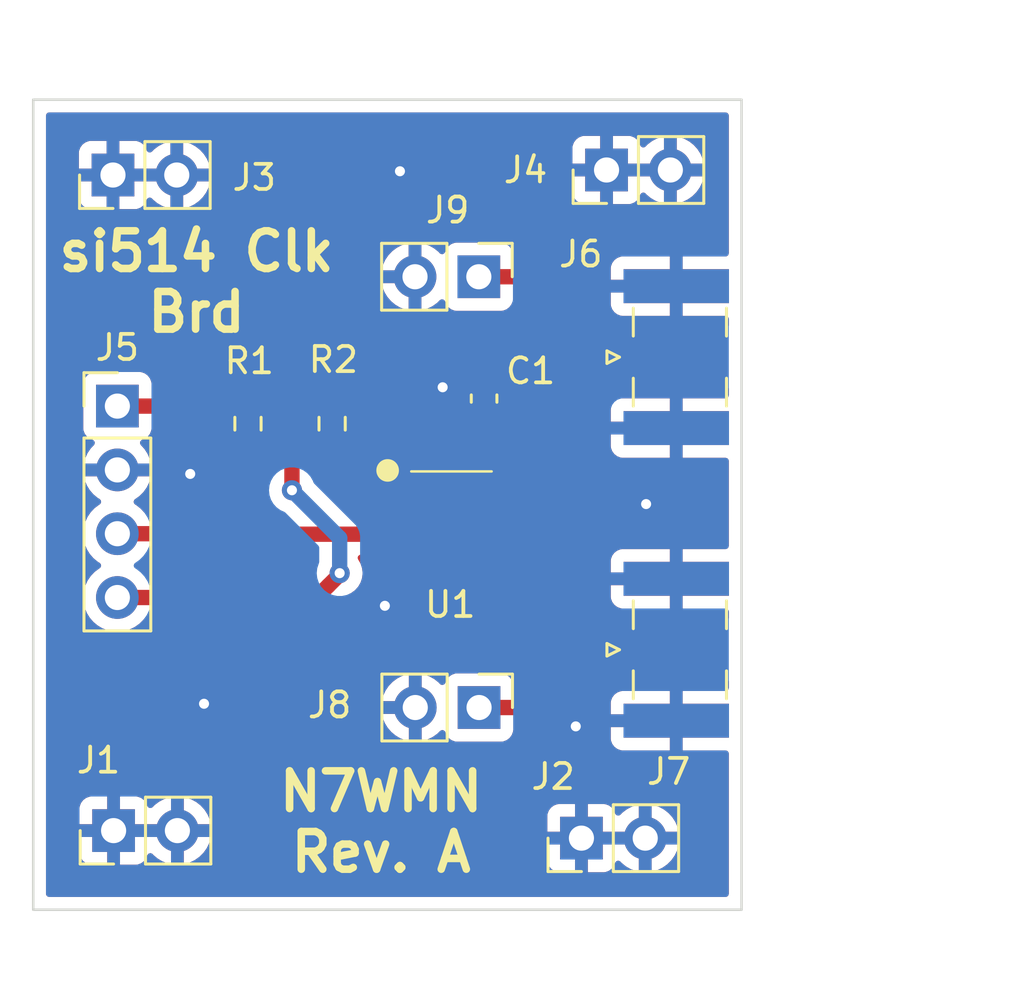
<source format=kicad_pcb>
(kicad_pcb (version 20211014) (generator pcbnew)
  (layers (0 "F.Cu" signal) (31 "B.Cu" signal) (34 "B.Paste" user) (35 "F.Paste" user) (36 "B.SilkS" user "B.Silkscreen") (37 "F.SilkS" user "F.Silkscreen") (38 "B.Mask" user) (39 "F.Mask" user) (44 "Edge.Cuts" user))
  (net 0 "")
  (net 1 "/VDD3.3")
  (net 2 "GND")
  (net 3 "/SCL")
  (net 4 "/SDA")
  (net 5 "/CLK+")
  (net 6 "/CLK-")
  (footprint "Connector_Coaxial:SMA_Samtec_SMA-J-P-X-ST-EM1_EdgeMount" (layer "F.Cu") (at 166.7 98.5 90)
    (fp_text reference "J7" (at -4.85 -0.3 180) (layer "F.SilkS"))
    (fp_text value "Conn_Coaxial")
    (fp_line (start -1.95 2) (end -0.84 2) (layer "F.SilkS") (width 0.12))
    (fp_line (start 0.84 -1.71) (end 1.95 -1.71) (layer "F.SilkS") (width 0.12))
    (fp_line (start -1.95 -1.71) (end -0.84 -1.71) (layer "F.SilkS") (width 0.12))
    (fp_line (start 0.84 2) (end 1.95 2) (layer "F.SilkS") (width 0.12))
    (fp_line (start 0 -2.26) (end 0.25 -2.76) (layer "F.SilkS") (width 0.12))
    (fp_line (start 0.25 -2.76) (end -0.25 -2.76) (layer "F.SilkS") (width 0.12))
    (fp_line (start -0.25 -2.76) (end 0 -2.26) (layer "F.SilkS") (width 0.12))
    (pad "1" smd rect locked (at 0 0.2 90) (size 1.27 3.6) (layers "F.Cu" "F.Paste" "F.Mask") (net 5 "/CLK+"))
    (pad "2" smd rect locked (at 2.825 0 90) (size 1.35 4.2) (layers "F.Cu" "F.Paste" "F.Mask") (net 2 "GND"))
    (pad "2" smd rect locked (at -2.825 0 90) (size 1.35 4.2) (layers "B.Cu" "B.Paste" "B.Mask") (net 2 "GND"))
    (pad "2" smd rect locked (at 2.825 0 90) (size 1.35 4.2) (layers "B.Cu" "B.Paste" "B.Mask") (net 2 "GND"))
    (pad "2" smd rect locked (at -2.825 0 90) (size 1.35 4.2) (layers "F.Cu" "F.Paste" "F.Mask") (net 2 "GND"))
  )
  (footprint "Connector_PinHeader_2.54mm:PinHeader_1x02_P2.54mm_Vertical" (layer "F.Cu") (at 158.85 100.8 -90)
    (fp_text reference "J8" (at -0.1 5.95 180) (layer "F.SilkS"))
    (fp_text value "Conn_01x02")
    (fp_line (start 1.33 1.27) (end 1.33 3.87) (layer "F.SilkS") (width 0.12))
    (fp_line (start -1.33 0) (end -1.33 -1.33) (layer "F.SilkS") (width 0.12))
    (fp_line (start -1.33 1.27) (end 1.33 1.27) (layer "F.SilkS") (width 0.12))
    (fp_line (start -1.33 -1.33) (end 0 -1.33) (layer "F.SilkS") (width 0.12))
    (fp_line (start -1.33 3.87) (end 1.33 3.87) (layer "F.SilkS") (width 0.12))
    (fp_line (start -1.33 1.27) (end -1.33 3.87) (layer "F.SilkS") (width 0.12))
    (pad "1" thru_hole rect (at 0 0 270) (size 1.7 1.7) (drill 1) (layers *.Cu *.Mask) (net 5 "/CLK+"))
    (pad "2" thru_hole oval (at 0 2.54 270) (size 1.7 1.7) (drill 1) (layers *.Cu *.Mask) (net 2 "GND"))
  )
  (footprint "Connector_Coaxial:SMA_Samtec_SMA-J-P-X-ST-EM1_EdgeMount" (layer "F.Cu") (at 166.7 86.85 90)
    (fp_text reference "J6" (at 4.1 -3.8 180) (layer "F.SilkS"))
    (fp_text value "Conn_Coaxial")
    (fp_line (start 0.25 -2.76) (end -0.25 -2.76) (layer "F.SilkS") (width 0.12))
    (fp_line (start 0 -2.26) (end 0.25 -2.76) (layer "F.SilkS") (width 0.12))
    (fp_line (start -0.25 -2.76) (end 0 -2.26) (layer "F.SilkS") (width 0.12))
    (fp_line (start 0.84 2) (end 1.95 2) (layer "F.SilkS") (width 0.12))
    (fp_line (start 0.84 -1.71) (end 1.95 -1.71) (layer "F.SilkS") (width 0.12))
    (fp_line (start -1.95 2) (end -0.84 2) (layer "F.SilkS") (width 0.12))
    (fp_line (start -1.95 -1.71) (end -0.84 -1.71) (layer "F.SilkS") (width 0.12))
    (pad "1" smd rect (at 0 0.2 90) (size 1.27 3.6) (layers "F.Cu" "F.Paste" "F.Mask") (net 6 "/CLK-"))
    (pad "2" smd rect (at 2.825 0 90) (size 1.35 4.2) (layers "F.Cu" "F.Paste" "F.Mask") (net 2 "GND"))
    (pad "2" smd rect (at 2.825 0 90) (size 1.35 4.2) (layers "B.Cu" "B.Paste" "B.Mask") (net 2 "GND"))
    (pad "2" smd rect (at -2.825 0 90) (size 1.35 4.2) (layers "B.Cu" "B.Paste" "B.Mask") (net 2 "GND"))
    (pad "2" smd rect (at -2.825 0 90) (size 1.35 4.2) (layers "F.Cu" "F.Paste" "F.Mask") (net 2 "GND"))
  )
  (footprint "si514_Library:si514_3.2x5" (layer "F.Cu") (at 157.75 93.9)
    (fp_text reference "U1" (at -0.05 2.8 unlocked) (layer "F.SilkS"))
    (fp_text value "si514")
    (fp_line (start -1.6 -2.5) (end 1.6 -2.5) (layer "F.SilkS") (width 0.1))
    (fp_circle (center -2.54 -2.54) (end -2.14 -2.54) (layer "F.SilkS") (width 0.1) (fill solid))
    (pad "1" smd rect (at -1.3 -1.27) (size 1.7 0.8) (layers "F.Cu" "F.Paste" "F.Mask") (net 4 "/SDA"))
    (pad "2" smd rect (at -1.3 0) (size 1.7 0.8) (layers "F.Cu" "F.Paste" "F.Mask") (net 3 "/SCL"))
    (pad "3" smd rect (at -1.3 1.27) (size 1.7 0.8) (layers "F.Cu" "F.Paste" "F.Mask") (net 2 "GND"))
    (pad "4" smd rect (at 1.3 1.27) (size 1.7 0.8) (layers "F.Cu" "F.Paste" "F.Mask") (net 5 "/CLK+"))
    (pad "5" smd rect (at 1.3 0) (size 1.7 0.8) (layers "F.Cu" "F.Paste" "F.Mask") (net 6 "/CLK-"))
    (pad "6" smd rect (at 1.3 -1.27) (size 1.7 0.8) (layers "F.Cu" "F.Paste" "F.Mask") (net 1 "/VDD3.3"))
  )
  (footprint "Connector_PinHeader_2.54mm:PinHeader_1x02_P2.54mm_Vertical" (layer "F.Cu") (at 158.84 83.65 -90)
    (fp_text reference "J9" (at -2.65 1.24 180) (layer "F.SilkS"))
    (fp_text value "Conn_01x02")
    (fp_line (start -1.33 3.87) (end 1.33 3.87) (layer "F.SilkS") (width 0.12))
    (fp_line (start -1.33 -1.33) (end 0 -1.33) (layer "F.SilkS") (width 0.12))
    (fp_line (start -1.33 1.27) (end -1.33 3.87) (layer "F.SilkS") (width 0.12))
    (fp_line (start -1.33 1.27) (end 1.33 1.27) (layer "F.SilkS") (width 0.12))
    (fp_line (start 1.33 1.27) (end 1.33 3.87) (layer "F.SilkS") (width 0.12))
    (fp_line (start -1.33 0) (end -1.33 -1.33) (layer "F.SilkS") (width 0.12))
    (pad "1" thru_hole rect (at 0 0 270) (size 1.7 1.7) (drill 1) (layers *.Cu *.Mask) (net 6 "/CLK-"))
    (pad "2" thru_hole oval (at 0 2.54 270) (size 1.7 1.7) (drill 1) (layers *.Cu *.Mask) (net 2 "GND"))
  )
  (footprint "Connector_PinHeader_2.54mm:PinHeader_1x02_P2.54mm_Vertical" (layer "F.Cu") (at 144.275 79.6 90)
    (fp_text reference "J3" (at -0.1 5.625 180) (layer "F.SilkS"))
    (fp_text value "Conn_01x02_Male")
    (fp_line (start -1.33 1.27) (end -1.33 3.87) (layer "F.SilkS") (width 0.12))
    (fp_line (start -1.33 3.87) (end 1.33 3.87) (layer "F.SilkS") (width 0.12))
    (fp_line (start -1.33 1.27) (end 1.33 1.27) (layer "F.SilkS") (width 0.12))
    (fp_line (start 1.33 1.27) (end 1.33 3.87) (layer "F.SilkS") (width 0.12))
    (fp_line (start -1.33 0) (end -1.33 -1.33) (layer "F.SilkS") (width 0.12))
    (fp_line (start -1.33 -1.33) (end 0 -1.33) (layer "F.SilkS") (width 0.12))
    (pad "1" thru_hole rect (at 0 0 90) (size 1.7 1.7) (drill 1) (layers *.Cu *.Mask) (net 2 "GND"))
    (pad "2" thru_hole oval (at 0 2.54 90) (size 1.7 1.7) (drill 1) (layers *.Cu *.Mask) (net 2 "GND"))
  )
  (footprint "Connector_PinHeader_2.54mm:PinHeader_1x02_P2.54mm_Vertical" (layer "F.Cu") (at 144.3 105.7 90)
    (fp_text reference "J1" (at 2.8 -0.6 180) (layer "F.SilkS"))
    (fp_text value "Conn_01x02_Male")
    (fp_line (start -1.33 1.27) (end 1.33 1.27) (layer "F.SilkS") (width 0.12))
    (fp_line (start 1.33 1.27) (end 1.33 3.87) (layer "F.SilkS") (width 0.12))
    (fp_line (start -1.33 -1.33) (end 0 -1.33) (layer "F.SilkS") (width 0.12))
    (fp_line (start -1.33 0) (end -1.33 -1.33) (layer "F.SilkS") (width 0.12))
    (fp_line (start -1.33 1.27) (end -1.33 3.87) (layer "F.SilkS") (width 0.12))
    (fp_line (start -1.33 3.87) (end 1.33 3.87) (layer "F.SilkS") (width 0.12))
    (pad "1" thru_hole rect (at 0 0 90) (size 1.7 1.7) (drill 1) (layers *.Cu *.Mask) (net 2 "GND"))
    (pad "2" thru_hole oval (at 0 2.54 90) (size 1.7 1.7) (drill 1) (layers *.Cu *.Mask) (net 2 "GND"))
  )
  (footprint "Resistor_SMD:R_0603_1608Metric_Pad0.98x0.95mm_HandSolder" (layer "F.Cu") (at 153 89.5 -90)
    (fp_text reference "R2" (at -2.55 -0.05) (layer "F.SilkS"))
    (fp_text value "3.3K")
    (fp_line (start -0.254724 -0.5225) (end 0.254724 -0.5225) (layer "F.SilkS") (width 0.12))
    (fp_line (start -0.254724 0.5225) (end 0.254724 0.5225) (layer "F.SilkS") (width 0.12))
    (pad "1" smd roundrect (at -0.9125 0 270) (size 0.975 0.95) (layers "F.Cu" "F.Paste" "F.Mask") (net 1 "/VDD3.3"))
    (pad "2" smd roundrect (at 0.9125 0 270) (size 0.975 0.95) (layers "F.Cu" "F.Paste" "F.Mask") (net 4 "/SDA"))
  )
  (footprint "Connector_PinHeader_2.54mm:PinHeader_1x02_P2.54mm_Vertical" (layer "F.Cu") (at 162.925 106 90)
    (fp_text reference "J2" (at 2.45 -1.125 180) (layer "F.SilkS"))
    (fp_text value "Conn_01x02_Male")
    (fp_line (start -1.33 1.27) (end 1.33 1.27) (layer "F.SilkS") (width 0.12))
    (fp_line (start -1.33 0) (end -1.33 -1.33) (layer "F.SilkS") (width 0.12))
    (fp_line (start 1.33 1.27) (end 1.33 3.87) (layer "F.SilkS") (width 0.12))
    (fp_line (start -1.33 3.87) (end 1.33 3.87) (layer "F.SilkS") (width 0.12))
    (fp_line (start -1.33 1.27) (end -1.33 3.87) (layer "F.SilkS") (width 0.12))
    (fp_line (start -1.33 -1.33) (end 0 -1.33) (layer "F.SilkS") (width 0.12))
    (pad "1" thru_hole rect (at 0 0 90) (size 1.7 1.7) (drill 1) (layers *.Cu *.Mask) (net 2 "GND"))
    (pad "2" thru_hole oval (at 0 2.54 90) (size 1.7 1.7) (drill 1) (layers *.Cu *.Mask) (net 2 "GND"))
  )
  (footprint "Connector_PinHeader_2.54mm:PinHeader_1x04_P2.54mm_Vertical" (layer "F.Cu") (at 144.45 88.8)
    (fp_text reference "J5" (at 0 -2.33) (layer "F.SilkS"))
    (fp_text value "Conn_01x04")
    (fp_line (start -1.33 1.27) (end -1.33 8.95) (layer "F.SilkS") (width 0.12))
    (fp_line (start -1.33 8.95) (end 1.33 8.95) (layer "F.SilkS") (width 0.12))
    (fp_line (start -1.33 -1.33) (end 0 -1.33) (layer "F.SilkS") (width 0.12))
    (fp_line (start 1.33 1.27) (end 1.33 8.95) (layer "F.SilkS") (width 0.12))
    (fp_line (start -1.33 0) (end -1.33 -1.33) (layer "F.SilkS") (width 0.12))
    (fp_line (start -1.33 1.27) (end 1.33 1.27) (layer "F.SilkS") (width 0.12))
    (pad "1" thru_hole rect (at 0 0) (size 1.7 1.7) (drill 1) (layers *.Cu *.Mask) (net 1 "/VDD3.3"))
    (pad "2" thru_hole oval (at 0 2.54) (size 1.7 1.7) (drill 1) (layers *.Cu *.Mask) (net 2 "GND"))
    (pad "3" thru_hole oval (at 0 5.08) (size 1.7 1.7) (drill 1) (layers *.Cu *.Mask) (net 3 "/SCL"))
    (pad "4" thru_hole oval (at 0 7.62) (size 1.7 1.7) (drill 1) (layers *.Cu *.Mask) (net 4 "/SDA"))
  )
  (footprint "Resistor_SMD:R_0603_1608Metric_Pad0.98x0.95mm_HandSolder" (layer "F.Cu") (at 149.65 89.5 -90)
    (fp_text reference "R1" (at -2.5 -0.05 180) (layer "F.SilkS"))
    (fp_text value "3.3K")
    (fp_line (start -0.254724 -0.5225) (end 0.254724 -0.5225) (layer "F.SilkS") (width 0.12))
    (fp_line (start -0.254724 0.5225) (end 0.254724 0.5225) (layer "F.SilkS") (width 0.12))
    (pad "1" smd roundrect (at -0.9125 0 270) (size 0.975 0.95) (layers "F.Cu" "F.Paste" "F.Mask") (net 1 "/VDD3.3"))
    (pad "2" smd roundrect (at 0.9125 0 270) (size 0.975 0.95) (layers "F.Cu" "F.Paste" "F.Mask") (net 3 "/SCL"))
  )
  (footprint "Capacitor_SMD:C_0603_1608Metric_Pad1.08x0.95mm_HandSolder" (layer "F.Cu") (at 159.05 88.5 90)
    (fp_text reference "C1" (at 1.1 1.85 180) (layer "F.SilkS"))
    (fp_text value "0.1uF")
    (fp_line (start -0.146267 0.51) (end 0.146267 0.51) (layer "F.SilkS") (width 0.12))
    (fp_line (start -0.146267 -0.51) (end 0.146267 -0.51) (layer "F.SilkS") (width 0.12))
    (pad "1" smd roundrect (at -0.8625 0 90) (size 1.075 0.95) (layers "F.Cu" "F.Paste" "F.Mask") (net 1 "/VDD3.3"))
    (pad "2" smd roundrect (at 0.8625 0 90) (size 1.075 0.95) (layers "F.Cu" "F.Paste" "F.Mask") (net 2 "GND"))
  )
  (footprint "Connector_PinHeader_2.54mm:PinHeader_1x02_P2.54mm_Vertical" (layer "F.Cu") (at 163.925 79.4 90)
    (fp_text reference "J4" (at 0 -3.225 180) (layer "F.SilkS"))
    (fp_text value "Conn_01x02_Male")
    (fp_line (start -1.33 1.27) (end -1.33 3.87) (layer "F.SilkS") (width 0.12))
    (fp_line (start -1.33 3.87) (end 1.33 3.87) (layer "F.SilkS") (width 0.12))
    (fp_line (start -1.33 -1.33) (end 0 -1.33) (layer "F.SilkS") (width 0.12))
    (fp_line (start -1.33 1.27) (end 1.33 1.27) (layer "F.SilkS") (width 0.12))
    (fp_line (start 1.33 1.27) (end 1.33 3.87) (layer "F.SilkS") (width 0.12))
    (fp_line (start -1.33 0) (end -1.33 -1.33) (layer "F.SilkS") (width 0.12))
    (pad "1" thru_hole rect (at 0 0 90) (size 1.7 1.7) (drill 1) (layers *.Cu *.Mask) (net 2 "GND"))
    (pad "2" thru_hole oval (at 0 2.54 90) (size 1.7 1.7) (drill 1) (layers *.Cu *.Mask) (net 2 "GND"))
  )
  (gr_rect (start 141.1 76.6) (end 169.3 108.85) (layer "Edge.Cuts") (width 0.1) (fill none))
  (gr_text "N7WMN\nRev. A" (at 154.95 105.35) (layer "F.SilkS") (effects (font (size 1.5 1.5) (thickness 0.3))))
  (gr_text "si514 Clk\nBrd" (at 147.6 83.85) (layer "F.SilkS") (effects (font (size 1.5 1.5) (thickness 0.3))))
  (segment (start 158.3125 90.1) (end 157 90.1) (width 0.6096) (layer "F.Cu") (net 1))
  (segment (start 147.8625 88.5875) (end 149.65 88.5875) (width 0.6096) (layer "F.Cu") (net 1))
  (segment (start 159.05 89.3625) (end 158.3125 90.1) (width 0.6096) (layer "F.Cu") (net 1))
  (segment (start 159.05 92.63) (end 159.05 89.3625) (width 0.6096) (layer "F.Cu") (net 1))
  (segment (start 153 88.5875) (end 149.65 88.5875) (width 0.6096) (layer "F.Cu") (net 1))
  (segment (start 144.45 88.8) (end 147.65 88.8) (width 0.6096) (layer "F.Cu") (net 1))
  (segment (start 157 90.1) (end 155.4875 88.5875) (width 0.6096) (layer "F.Cu") (net 1))
  (segment (start 155.4875 88.5875) (end 153 88.5875) (width 0.6096) (layer "F.Cu") (net 1))
  (segment (start 147.65 88.8) (end 147.8625 88.5875) (width 0.6096) (layer "F.Cu") (net 1))
  (via (at 155.7 79.45) (size 0.8) (drill 0.4) (layers "F.Cu" "B.Cu") (net 2))
  (via (at 162.7 101.55) (size 0.8) (drill 0.4) (layers "F.Cu" "B.Cu") (net 2))
  (via (at 155.1 96.749999) (size 0.8) (drill 0.4) (layers "F.Cu" "B.Cu") (net 2))
  (via (at 147.35 91.5) (size 0.8) (drill 0.4) (layers "F.Cu" "B.Cu") (net 2))
  (via (at 157.4 88.05) (size 0.8) (drill 0.4) (layers "F.Cu" "B.Cu") (net 2))
  (via (at 147.9 100.65) (size 0.8) (drill 0.4) (layers "F.Cu" "B.Cu") (net 2))
  (via (at 165.5 92.7) (size 0.8) (drill 0.4) (layers "F.Cu" "B.Cu") (net 2))
  (segment (start 148.72 93.88) (end 149.65 92.95) (width 0.6096) (layer "F.Cu") (net 3))
  (segment (start 150.6 93.9) (end 156.45 93.9) (width 0.6096) (layer "F.Cu") (net 3))
  (segment (start 144.45 93.88) (end 148.72 93.88) (width 0.6096) (layer "F.Cu") (net 3))
  (segment (start 149.65 90.4125) (end 149.65 92.95) (width 0.6096) (layer "F.Cu") (net 3))
  (segment (start 149.65 92.95) (end 150.6 93.9) (width 0.6096) (layer "F.Cu") (net 3))
  (segment (start 151.4 90.8) (end 151.7875 90.4125) (width 0.6096) (layer "F.Cu") (net 4))
  (segment (start 153.63 92.63) (end 156.45 92.63) (width 0.6096) (layer "F.Cu") (net 4))
  (segment (start 152.38 96.42) (end 152.85 95.95) (width 0.6096) (layer "F.Cu") (net 4))
  (segment (start 151.7875 90.4125) (end 153 90.4125) (width 0.6096) (layer "F.Cu") (net 4))
  (segment (start 153 90.4125) (end 153 92) (width 0.6096) (layer "F.Cu") (net 4))
  (segment (start 153.3 95.5) (end 153.3 95.45) (width 0.6096) (layer "F.Cu") (net 4))
  (segment (start 153 92) (end 153.63 92.63) (width 0.6096) (layer "F.Cu") (net 4))
  (segment (start 151.4 92.15) (end 151.4 90.8) (width 0.6096) (layer "F.Cu") (net 4))
  (segment (start 144.45 96.42) (end 152.38 96.42) (width 0.6096) (layer "F.Cu") (net 4))
  (segment (start 152.85 95.95) (end 153.3 95.5) (width 0.6096) (layer "F.Cu") (net 4))
  (via (at 153.3 95.45) (size 0.8) (drill 0.4) (layers "F.Cu" "B.Cu") (net 4))
  (via (at 151.4 92.15) (size 0.8) (drill 0.4) (layers "F.Cu" "B.Cu") (net 4))
  (segment (start 153.3 94.05) (end 151.4 92.15) (width 0.6096) (layer "B.Cu") (net 4))
  (segment (start 153.3 95.45) (end 153.3 94.05) (width 0.6096) (layer "B.Cu") (net 4))
  (segment (start 163.85 97.95) (end 164.4 98.5) (width 0.6096) (layer "F.Cu") (net 5))
  (segment (start 158.85 100.8) (end 161 100.8) (width 0.6096) (layer "F.Cu") (net 5))
  (segment (start 164.4 98.5) (end 166.9 98.5) (width 0.6096) (layer "F.Cu") (net 5))
  (segment (start 159.05 95.17) (end 161.07 95.17) (width 0.6096) (layer "F.Cu") (net 5))
  (segment (start 161 100.8) (end 163.85 97.95) (width 0.6096) (layer "F.Cu") (net 5))
  (segment (start 161.07 95.17) (end 163.85 97.95) (width 0.6096) (layer "F.Cu") (net 5))
  (segment (start 160.8 93.9) (end 162.25 92.45) (width 0.6096) (layer "F.Cu") (net 6))
  (segment (start 162.85 86) (end 162.85 88.65) (width 0.6096) (layer "F.Cu") (net 6))
  (segment (start 162.25 92.45) (end 162.25 89.25) (width 0.6096) (layer "F.Cu") (net 6))
  (segment (start 158.84 83.65) (end 160.5 83.65) (width 0.6096) (layer "F.Cu") (net 6))
  (segment (start 162.85 88.65) (end 164.65 86.85) (width 0.6096) (layer "F.Cu") (net 6))
  (segment (start 162.25 89.25) (end 162.85 88.65) (width 0.6096) (layer "F.Cu") (net 6))
  (segment (start 164.65 86.85) (end 166.95 86.85) (width 0.6096) (layer "F.Cu") (net 6))
  (segment (start 159.05 93.9) (end 160.8 93.9) (width 0.6096) (layer "F.Cu") (net 6))
  (segment (start 160.5 83.65) (end 162.85 86) (width 0.6096) (layer "F.Cu") (net 6))
  (zone (net 2) (net_name "GND") (layers F&B.Cu) (connect_pads (clearance 0.508)) (min_thickness 0.254) (fill yes (thermal_gap 0.508) (thermal_bridge_width 0.508))
    (polygon (pts (xy 169.3 108.85) (xy 141.1 108.85) (xy 141.1 76.6) (xy 169.35 76.6)))
  )
)
</source>
